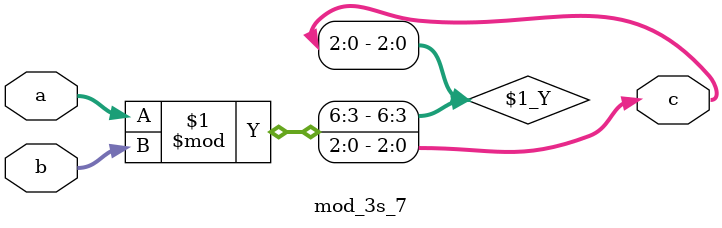
<source format=v>
module mod_3s_7(a, b, c);
  input signed [2:0] a;
  input [6:0] b;
  output [2:0] c;

  assign c = a % b;

endmodule

</source>
